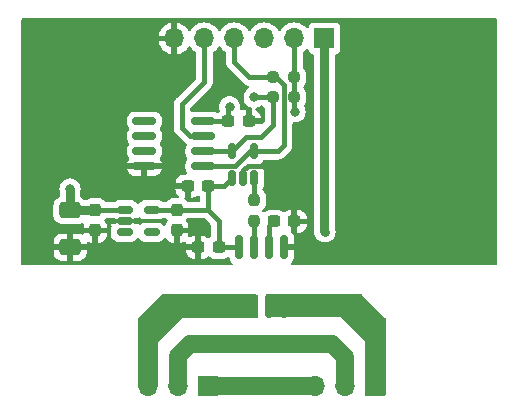
<source format=gtl>
G04 #@! TF.GenerationSoftware,KiCad,Pcbnew,7.0.11-2.fc39*
G04 #@! TF.CreationDate,2024-06-09T18:16:26+02:00*
G04 #@! TF.ProjectId,current_measurement_extension,63757272-656e-4745-9f6d-656173757265,1.0*
G04 #@! TF.SameCoordinates,Original*
G04 #@! TF.FileFunction,Copper,L1,Top*
G04 #@! TF.FilePolarity,Positive*
%FSLAX46Y46*%
G04 Gerber Fmt 4.6, Leading zero omitted, Abs format (unit mm)*
G04 Created by KiCad (PCBNEW 7.0.11-2.fc39) date 2024-06-09 18:16:26*
%MOMM*%
%LPD*%
G01*
G04 APERTURE LIST*
G04 Aperture macros list*
%AMRoundRect*
0 Rectangle with rounded corners*
0 $1 Rounding radius*
0 $2 $3 $4 $5 $6 $7 $8 $9 X,Y pos of 4 corners*
0 Add a 4 corners polygon primitive as box body*
4,1,4,$2,$3,$4,$5,$6,$7,$8,$9,$2,$3,0*
0 Add four circle primitives for the rounded corners*
1,1,$1+$1,$2,$3*
1,1,$1+$1,$4,$5*
1,1,$1+$1,$6,$7*
1,1,$1+$1,$8,$9*
0 Add four rect primitives between the rounded corners*
20,1,$1+$1,$2,$3,$4,$5,0*
20,1,$1+$1,$4,$5,$6,$7,0*
20,1,$1+$1,$6,$7,$8,$9,0*
20,1,$1+$1,$8,$9,$2,$3,0*%
G04 Aperture macros list end*
G04 #@! TA.AperFunction,SMDPad,CuDef*
%ADD10RoundRect,0.237500X-0.300000X-0.237500X0.300000X-0.237500X0.300000X0.237500X-0.300000X0.237500X0*%
G04 #@! TD*
G04 #@! TA.AperFunction,SMDPad,CuDef*
%ADD11RoundRect,0.150000X-0.512500X-0.150000X0.512500X-0.150000X0.512500X0.150000X-0.512500X0.150000X0*%
G04 #@! TD*
G04 #@! TA.AperFunction,ComponentPad*
%ADD12R,1.700000X1.700000*%
G04 #@! TD*
G04 #@! TA.AperFunction,ComponentPad*
%ADD13O,1.700000X1.700000*%
G04 #@! TD*
G04 #@! TA.AperFunction,SMDPad,CuDef*
%ADD14RoundRect,0.237500X0.250000X0.237500X-0.250000X0.237500X-0.250000X-0.237500X0.250000X-0.237500X0*%
G04 #@! TD*
G04 #@! TA.AperFunction,SMDPad,CuDef*
%ADD15RoundRect,0.237500X-0.237500X0.250000X-0.237500X-0.250000X0.237500X-0.250000X0.237500X0.250000X0*%
G04 #@! TD*
G04 #@! TA.AperFunction,SMDPad,CuDef*
%ADD16RoundRect,0.237500X0.300000X0.237500X-0.300000X0.237500X-0.300000X-0.237500X0.300000X-0.237500X0*%
G04 #@! TD*
G04 #@! TA.AperFunction,SMDPad,CuDef*
%ADD17RoundRect,0.250000X-0.650000X0.412500X-0.650000X-0.412500X0.650000X-0.412500X0.650000X0.412500X0*%
G04 #@! TD*
G04 #@! TA.AperFunction,SMDPad,CuDef*
%ADD18RoundRect,0.150000X-0.825000X-0.150000X0.825000X-0.150000X0.825000X0.150000X-0.825000X0.150000X0*%
G04 #@! TD*
G04 #@! TA.AperFunction,SMDPad,CuDef*
%ADD19RoundRect,0.150000X0.150000X-0.512500X0.150000X0.512500X-0.150000X0.512500X-0.150000X-0.512500X0*%
G04 #@! TD*
G04 #@! TA.AperFunction,SMDPad,CuDef*
%ADD20RoundRect,0.150000X0.150000X-0.825000X0.150000X0.825000X-0.150000X0.825000X-0.150000X-0.825000X0*%
G04 #@! TD*
G04 #@! TA.AperFunction,SMDPad,CuDef*
%ADD21RoundRect,0.237500X-0.237500X0.300000X-0.237500X-0.300000X0.237500X-0.300000X0.237500X0.300000X0*%
G04 #@! TD*
G04 #@! TA.AperFunction,ViaPad*
%ADD22C,0.600000*%
G04 #@! TD*
G04 #@! TA.AperFunction,ViaPad*
%ADD23C,0.800000*%
G04 #@! TD*
G04 #@! TA.AperFunction,Conductor*
%ADD24C,0.381000*%
G04 #@! TD*
G04 #@! TA.AperFunction,Conductor*
%ADD25C,0.762000*%
G04 #@! TD*
G04 #@! TA.AperFunction,Conductor*
%ADD26C,1.524000*%
G04 #@! TD*
G04 APERTURE END LIST*
D10*
X109067600Y-63500000D03*
X110792600Y-63500000D03*
D11*
X96418400Y-62514400D03*
X96418400Y-63464400D03*
X96418400Y-64414400D03*
X98693400Y-64414400D03*
X98693400Y-62514400D03*
D12*
X117652800Y-77419200D03*
D13*
X115112800Y-77419200D03*
X112572800Y-77419200D03*
D14*
X110791000Y-51308000D03*
X108966000Y-51308000D03*
D12*
X103479600Y-77419200D03*
D13*
X100939600Y-77419200D03*
X98399600Y-77419200D03*
D15*
X107391200Y-61675000D03*
X107391200Y-63500000D03*
D16*
X104391800Y-65684400D03*
X102666800Y-65684400D03*
D17*
X91795600Y-62559400D03*
X91795600Y-65684400D03*
D10*
X105206800Y-55016400D03*
X106931800Y-55016400D03*
D18*
X98094800Y-55016400D03*
X98094800Y-56286400D03*
X98094800Y-57556400D03*
X98094800Y-58826400D03*
X103044800Y-58826400D03*
X103044800Y-57556400D03*
X103044800Y-56286400D03*
X103044800Y-55016400D03*
D12*
X113334800Y-48006000D03*
D13*
X110794800Y-48006000D03*
X108254800Y-48006000D03*
X105714800Y-48006000D03*
X103174800Y-48006000D03*
X100634800Y-48006000D03*
D19*
X105491200Y-59842400D03*
X106441200Y-59842400D03*
X107391200Y-59842400D03*
X107391200Y-57567400D03*
X105491200Y-57567400D03*
D16*
X103479600Y-60502800D03*
X101754600Y-60502800D03*
D20*
X106121200Y-70634400D03*
X107391200Y-70634400D03*
X108661200Y-70634400D03*
X109931200Y-70634400D03*
X109931200Y-65684400D03*
X108661200Y-65684400D03*
X107391200Y-65684400D03*
X106121200Y-65684400D03*
D21*
X93929200Y-62537000D03*
X93929200Y-64262000D03*
X100838000Y-62537000D03*
X100838000Y-64262000D03*
D14*
X110792900Y-52984400D03*
X108967900Y-52984400D03*
D22*
X111709200Y-64770000D03*
X104444800Y-52527200D03*
X104444800Y-50088800D03*
X111607600Y-55778400D03*
X111963200Y-50088800D03*
X114604800Y-58775600D03*
X94792800Y-46786800D03*
X127304800Y-64770000D03*
X94792800Y-52781200D03*
X120954800Y-64770000D03*
X114604800Y-64770000D03*
X88290400Y-64770000D03*
X127304800Y-46786800D03*
X120954800Y-58775600D03*
X114604800Y-52781200D03*
X88290400Y-46786800D03*
X88290400Y-58724800D03*
X88290400Y-52781200D03*
X127304800Y-58826400D03*
X127304800Y-52781200D03*
X120954800Y-46786800D03*
X120954800Y-52781200D03*
D23*
X109016800Y-58775600D03*
X107391200Y-52984400D03*
X110845600Y-54203600D03*
X105308400Y-53797200D03*
X113385600Y-64363600D03*
X91795600Y-60756800D03*
D24*
X109931200Y-65684400D02*
X110794800Y-65684400D01*
X110794800Y-65684400D02*
X111709200Y-64770000D01*
D25*
X113385600Y-64363600D02*
X113334800Y-64312800D01*
X113334800Y-64312800D02*
X113334800Y-48006000D01*
D24*
X106845501Y-58775600D02*
X109016800Y-58775600D01*
X106441200Y-59179901D02*
X106845501Y-58775600D01*
X106441200Y-59842400D02*
X106441200Y-59179901D01*
X105480200Y-57556400D02*
X105491200Y-57567400D01*
X108967900Y-52984400D02*
X107391200Y-52984400D01*
X108967900Y-55319300D02*
X107950000Y-56337200D01*
X103044800Y-57556400D02*
X105480200Y-57556400D01*
X108967900Y-52984400D02*
X108967900Y-55319300D01*
X106721400Y-56337200D02*
X105491200Y-57567400D01*
X107950000Y-56337200D02*
X106721400Y-56337200D01*
X109931200Y-51968400D02*
X109931200Y-57048400D01*
X108966000Y-51308000D02*
X106984800Y-51308000D01*
X109931200Y-57048400D02*
X109412200Y-57567400D01*
X105765600Y-58826400D02*
X106680000Y-57912000D01*
X106702000Y-57912000D02*
X107046600Y-57567400D01*
X108966000Y-51308000D02*
X109270800Y-51308000D01*
X107391200Y-57567400D02*
X107046600Y-57567400D01*
X109412200Y-57567400D02*
X107391200Y-57567400D01*
X106984800Y-51308000D02*
X105714800Y-50038000D01*
X105714800Y-50038000D02*
X105714800Y-48006000D01*
X106680000Y-57912000D02*
X106702000Y-57912000D01*
X103044800Y-58826400D02*
X105765600Y-58826400D01*
X109270800Y-51308000D02*
X109931200Y-51968400D01*
X107391200Y-57567400D02*
X107691199Y-57567400D01*
X101295200Y-53543200D02*
X103174800Y-51663600D01*
X103174800Y-51663600D02*
X103174800Y-48006000D01*
X101955600Y-56286400D02*
X101295200Y-55626000D01*
X101295200Y-55626000D02*
X101295200Y-53543200D01*
X103044800Y-56286400D02*
X101955600Y-56286400D01*
X110794800Y-48006000D02*
X110794800Y-51308000D01*
X105206800Y-53898800D02*
X105308400Y-53797200D01*
X110791000Y-52933600D02*
X110791000Y-51311800D01*
X110791000Y-51311800D02*
X110794800Y-51308000D01*
X103044800Y-55016400D02*
X105206800Y-55016400D01*
X110792900Y-54150900D02*
X110845600Y-54203600D01*
X110792900Y-52984400D02*
X110792900Y-54150900D01*
X110921800Y-48310800D02*
X110794800Y-48183800D01*
X105206800Y-55016400D02*
X105206800Y-53898800D01*
D25*
X91795600Y-62559400D02*
X93906800Y-62559400D01*
D24*
X93906800Y-62559400D02*
X93929200Y-62537000D01*
D25*
X91795600Y-62559400D02*
X91795600Y-60756800D01*
D24*
X93929200Y-62537000D02*
X96395800Y-62537000D01*
X96395800Y-62537000D02*
X96418400Y-62514400D01*
X103459200Y-62514400D02*
X103479600Y-62534800D01*
X103479600Y-60502800D02*
X104830800Y-60502800D01*
X104830800Y-60502800D02*
X105491200Y-59842400D01*
X104391800Y-65684400D02*
X106121200Y-65684400D01*
X104391800Y-65684400D02*
X104391800Y-63447000D01*
X103479600Y-62534800D02*
X103479600Y-60502800D01*
X104391800Y-63447000D02*
X103479600Y-62534800D01*
X98693400Y-62514400D02*
X103459200Y-62514400D01*
X107391200Y-61675000D02*
X107391200Y-59842400D01*
D26*
X112572800Y-77419200D02*
X103479600Y-77419200D01*
D24*
X108661200Y-63906400D02*
X109067600Y-63500000D01*
X108663400Y-65682200D02*
X108661200Y-65684400D01*
X108661200Y-65684400D02*
X108661200Y-63906400D01*
X107391200Y-65684400D02*
X107391200Y-63500000D01*
D26*
X100939600Y-74879200D02*
X101955600Y-73863200D01*
X100939600Y-77419200D02*
X100939600Y-74879200D01*
X115112800Y-74980800D02*
X115112800Y-77419200D01*
X113995200Y-73863200D02*
X115112800Y-74980800D01*
X101955600Y-73863200D02*
X113995200Y-73863200D01*
G04 #@! TA.AperFunction,Conductor*
G36*
X116500077Y-69666485D02*
G01*
X116520719Y-69683119D01*
X118480081Y-71642481D01*
X118513566Y-71703804D01*
X118516400Y-71730162D01*
X118516400Y-78158800D01*
X118496715Y-78225839D01*
X118443911Y-78271594D01*
X118392400Y-78282800D01*
X116913200Y-78282800D01*
X116846161Y-78263115D01*
X116800406Y-78210311D01*
X116789200Y-78158800D01*
X116789200Y-73660000D01*
X114757200Y-71628000D01*
X108480400Y-71628000D01*
X108413361Y-71608315D01*
X108367606Y-71555511D01*
X108356400Y-71504000D01*
X108356400Y-69770800D01*
X108376085Y-69703761D01*
X108428889Y-69658006D01*
X108480400Y-69646800D01*
X116433038Y-69646800D01*
X116500077Y-69666485D01*
G37*
G04 #@! TD.AperFunction*
G04 #@! TA.AperFunction,Conductor*
G36*
X107639039Y-69691885D02*
G01*
X107684794Y-69744689D01*
X107696000Y-69796200D01*
X107696000Y-71529400D01*
X107676315Y-71596439D01*
X107623511Y-71642194D01*
X107572000Y-71653400D01*
X101295199Y-71653400D01*
X99263200Y-73685399D01*
X99263200Y-77346000D01*
X99243515Y-77413039D01*
X99190711Y-77458794D01*
X99139200Y-77470000D01*
X97660000Y-77470000D01*
X97592961Y-77450315D01*
X97547206Y-77397511D01*
X97536000Y-77346000D01*
X97536000Y-71755562D01*
X97555685Y-71688523D01*
X97572319Y-71667881D01*
X99531681Y-69708519D01*
X99593004Y-69675034D01*
X99619362Y-69672200D01*
X107572000Y-69672200D01*
X107639039Y-69691885D01*
G37*
G04 #@! TD.AperFunction*
G04 #@! TA.AperFunction,Conductor*
G36*
X127890339Y-46316385D02*
G01*
X127936094Y-46369189D01*
X127947300Y-46420700D01*
X127947300Y-67084400D01*
X127927615Y-67151439D01*
X127874811Y-67197194D01*
X127823300Y-67208400D01*
X110600802Y-67208400D01*
X110533763Y-67188715D01*
X110488008Y-67135911D01*
X110478064Y-67066753D01*
X110507089Y-67003197D01*
X110513121Y-66996719D01*
X110598878Y-66910961D01*
X110598885Y-66910952D01*
X110682482Y-66769596D01*
X110682483Y-66769593D01*
X110728299Y-66611895D01*
X110728300Y-66611889D01*
X110731199Y-66575049D01*
X110731200Y-66575034D01*
X110731200Y-65934400D01*
X109805200Y-65934400D01*
X109738161Y-65914715D01*
X109692406Y-65861911D01*
X109681200Y-65810400D01*
X109681200Y-65558400D01*
X109700885Y-65491361D01*
X109753689Y-65445606D01*
X109805200Y-65434400D01*
X110731200Y-65434400D01*
X110731200Y-64793765D01*
X110731199Y-64793750D01*
X110728300Y-64756910D01*
X110728299Y-64756904D01*
X110682483Y-64599206D01*
X110682482Y-64599203D01*
X110634459Y-64518000D01*
X110605901Y-64501711D01*
X110606650Y-64500396D01*
X110599561Y-64498315D01*
X110553806Y-64445511D01*
X110542600Y-64394000D01*
X110542600Y-63750000D01*
X111042600Y-63750000D01*
X111042600Y-64474999D01*
X111141740Y-64474999D01*
X111141754Y-64474998D01*
X111242752Y-64464680D01*
X111406400Y-64410453D01*
X111406411Y-64410448D01*
X111553134Y-64319947D01*
X111553138Y-64319944D01*
X111675044Y-64198038D01*
X111675047Y-64198034D01*
X111765548Y-64051311D01*
X111765553Y-64051300D01*
X111819780Y-63887652D01*
X111830099Y-63786654D01*
X111830100Y-63786641D01*
X111830100Y-63750000D01*
X111042600Y-63750000D01*
X110542600Y-63750000D01*
X110542600Y-62525000D01*
X111042600Y-62525000D01*
X111042600Y-63250000D01*
X111830099Y-63250000D01*
X111830099Y-63213360D01*
X111830098Y-63213345D01*
X111819780Y-63112347D01*
X111765553Y-62948699D01*
X111765548Y-62948688D01*
X111675047Y-62801965D01*
X111675044Y-62801961D01*
X111553138Y-62680055D01*
X111553134Y-62680052D01*
X111406411Y-62589551D01*
X111406400Y-62589546D01*
X111242752Y-62535319D01*
X111141754Y-62525000D01*
X111042600Y-62525000D01*
X110542600Y-62525000D01*
X110542600Y-62524999D01*
X110443460Y-62525000D01*
X110443444Y-62525001D01*
X110342447Y-62535319D01*
X110178799Y-62589546D01*
X110178788Y-62589551D01*
X110032065Y-62680052D01*
X110018132Y-62693985D01*
X109956808Y-62727468D01*
X109887116Y-62722482D01*
X109842772Y-62693982D01*
X109828451Y-62679661D01*
X109828450Y-62679660D01*
X109721768Y-62613858D01*
X109681618Y-62589093D01*
X109681613Y-62589091D01*
X109676812Y-62587500D01*
X109517853Y-62534826D01*
X109517851Y-62534825D01*
X109416778Y-62524500D01*
X108718430Y-62524500D01*
X108718412Y-62524501D01*
X108617347Y-62534825D01*
X108453584Y-62589092D01*
X108453581Y-62589093D01*
X108306748Y-62679661D01*
X108292081Y-62694329D01*
X108230758Y-62727814D01*
X108161066Y-62722830D01*
X108116719Y-62694329D01*
X108097571Y-62675181D01*
X108064086Y-62613858D01*
X108069070Y-62544166D01*
X108097571Y-62499819D01*
X108211540Y-62385850D01*
X108302108Y-62239016D01*
X108356374Y-62075253D01*
X108366700Y-61974177D01*
X108366699Y-61375824D01*
X108363922Y-61348642D01*
X108356374Y-61274747D01*
X108302108Y-61110984D01*
X108211540Y-60964150D01*
X108118519Y-60871129D01*
X108085034Y-60809806D01*
X108082200Y-60783448D01*
X108082200Y-60751932D01*
X108099468Y-60688811D01*
X108142944Y-60615298D01*
X108188798Y-60457469D01*
X108191700Y-60420594D01*
X108191700Y-59264206D01*
X108188798Y-59227331D01*
X108142944Y-59069502D01*
X108059281Y-58928035D01*
X108059279Y-58928033D01*
X108059276Y-58928029D01*
X107943070Y-58811823D01*
X107943067Y-58811821D01*
X107943065Y-58811819D01*
X107942749Y-58811632D01*
X107942553Y-58811422D01*
X107936902Y-58807039D01*
X107937609Y-58806127D01*
X107895066Y-58760564D01*
X107882562Y-58691823D01*
X107909206Y-58627233D01*
X107937121Y-58603044D01*
X107936902Y-58602761D01*
X107942111Y-58598720D01*
X107942750Y-58598167D01*
X107943065Y-58597981D01*
X108059281Y-58481765D01*
X108142944Y-58340298D01*
X108142944Y-58340294D01*
X108142946Y-58340293D01*
X108146040Y-58333146D01*
X108190733Y-58279441D01*
X108257367Y-58258425D01*
X108259838Y-58258400D01*
X109387574Y-58258400D01*
X109395061Y-58258626D01*
X109454226Y-58262205D01*
X109454226Y-58262204D01*
X109454228Y-58262205D01*
X109512536Y-58251519D01*
X109519930Y-58250393D01*
X109578782Y-58243248D01*
X109587988Y-58239756D01*
X109609603Y-58233730D01*
X109619285Y-58231957D01*
X109673361Y-58207618D01*
X109680217Y-58204778D01*
X109735682Y-58183744D01*
X109743780Y-58178154D01*
X109763339Y-58167122D01*
X109772305Y-58163088D01*
X109818966Y-58126530D01*
X109824998Y-58122092D01*
X109873783Y-58088420D01*
X109913101Y-58044036D01*
X109918205Y-58038614D01*
X110402409Y-57554410D01*
X110407811Y-57549324D01*
X110452220Y-57509983D01*
X110485918Y-57461160D01*
X110490308Y-57455193D01*
X110526888Y-57408505D01*
X110530922Y-57399539D01*
X110541954Y-57379980D01*
X110547542Y-57371885D01*
X110547542Y-57371884D01*
X110547544Y-57371882D01*
X110568578Y-57316417D01*
X110571418Y-57309561D01*
X110595757Y-57255485D01*
X110597530Y-57245803D01*
X110603556Y-57224188D01*
X110607048Y-57214982D01*
X110614193Y-57156130D01*
X110615319Y-57148736D01*
X110626004Y-57090433D01*
X110626005Y-57090426D01*
X110622426Y-57031260D01*
X110622200Y-57023773D01*
X110622200Y-55228100D01*
X110641885Y-55161061D01*
X110694689Y-55115306D01*
X110746200Y-55104100D01*
X110940244Y-55104100D01*
X110940246Y-55104100D01*
X111125403Y-55064744D01*
X111298330Y-54987751D01*
X111451471Y-54876488D01*
X111578133Y-54735816D01*
X111672779Y-54571884D01*
X111731274Y-54391856D01*
X111751060Y-54203600D01*
X111731274Y-54015344D01*
X111672779Y-53835316D01*
X111641546Y-53781219D01*
X111625074Y-53713323D01*
X111643396Y-53654125D01*
X111716303Y-53535924D01*
X111716302Y-53535924D01*
X111716308Y-53535916D01*
X111770574Y-53372153D01*
X111780900Y-53271077D01*
X111780899Y-52697724D01*
X111770574Y-52596647D01*
X111716308Y-52432884D01*
X111625740Y-52286050D01*
X111609409Y-52269719D01*
X111572620Y-52232929D01*
X111539136Y-52171606D01*
X111544121Y-52101914D01*
X111572620Y-52057569D01*
X111623840Y-52006350D01*
X111714408Y-51859516D01*
X111768674Y-51695753D01*
X111779000Y-51594677D01*
X111778999Y-51021324D01*
X111768674Y-50920247D01*
X111714408Y-50756484D01*
X111623840Y-50609650D01*
X111522118Y-50507928D01*
X111488634Y-50446605D01*
X111485800Y-50420247D01*
X111485800Y-49235363D01*
X111505485Y-49168324D01*
X111538677Y-49133788D01*
X111589319Y-49098328D01*
X111666201Y-49044495D01*
X111788129Y-48922566D01*
X111849448Y-48889084D01*
X111919140Y-48894068D01*
X111975074Y-48935939D01*
X111991989Y-48966917D01*
X112041002Y-49098328D01*
X112041006Y-49098335D01*
X112127252Y-49213544D01*
X112127255Y-49213547D01*
X112242464Y-49299793D01*
X112242471Y-49299797D01*
X112372633Y-49348344D01*
X112428567Y-49390215D01*
X112452984Y-49455679D01*
X112453300Y-49464526D01*
X112453300Y-64271927D01*
X112452891Y-64281992D01*
X112448426Y-64336808D01*
X112448427Y-64336814D01*
X112459533Y-64418334D01*
X112459941Y-64421664D01*
X112468833Y-64503413D01*
X112468833Y-64503416D01*
X112468920Y-64503672D01*
X112474271Y-64526505D01*
X112474309Y-64526787D01*
X112474311Y-64526794D01*
X112502692Y-64604048D01*
X112503807Y-64607214D01*
X112530056Y-64685118D01*
X112530201Y-64685359D01*
X112540332Y-64706500D01*
X112540427Y-64706760D01*
X112540435Y-64706775D01*
X112574989Y-64760835D01*
X112577896Y-64765617D01*
X112619164Y-64837094D01*
X112643001Y-64878382D01*
X112653066Y-64895814D01*
X112653065Y-64895814D01*
X112779729Y-65036488D01*
X112932865Y-65147748D01*
X112932870Y-65147751D01*
X113105792Y-65224742D01*
X113105797Y-65224744D01*
X113290954Y-65264100D01*
X113290955Y-65264100D01*
X113480244Y-65264100D01*
X113480246Y-65264100D01*
X113665403Y-65224744D01*
X113838330Y-65147751D01*
X113991471Y-65036488D01*
X114118133Y-64895816D01*
X114212779Y-64731884D01*
X114271274Y-64551856D01*
X114291060Y-64363600D01*
X114271274Y-64175344D01*
X114222369Y-64024830D01*
X114216300Y-63986512D01*
X114216300Y-49464526D01*
X114235985Y-49397487D01*
X114288789Y-49351732D01*
X114296967Y-49348344D01*
X114427128Y-49299797D01*
X114427127Y-49299797D01*
X114427131Y-49299796D01*
X114542346Y-49213546D01*
X114628596Y-49098331D01*
X114678891Y-48963483D01*
X114685300Y-48903873D01*
X114685299Y-47108128D01*
X114678891Y-47048517D01*
X114677610Y-47045083D01*
X114628597Y-46913671D01*
X114628593Y-46913664D01*
X114542347Y-46798455D01*
X114542344Y-46798452D01*
X114427135Y-46712206D01*
X114427128Y-46712202D01*
X114292282Y-46661908D01*
X114292283Y-46661908D01*
X114232683Y-46655501D01*
X114232681Y-46655500D01*
X114232673Y-46655500D01*
X114232664Y-46655500D01*
X112436929Y-46655500D01*
X112436923Y-46655501D01*
X112377316Y-46661908D01*
X112242471Y-46712202D01*
X112242464Y-46712206D01*
X112127255Y-46798452D01*
X112127252Y-46798455D01*
X112041006Y-46913664D01*
X112041003Y-46913669D01*
X111991989Y-47045083D01*
X111950117Y-47101016D01*
X111884653Y-47125433D01*
X111816380Y-47110581D01*
X111788126Y-47089430D01*
X111666202Y-46967506D01*
X111666195Y-46967501D01*
X111472634Y-46831967D01*
X111472630Y-46831965D01*
X111472628Y-46831964D01*
X111258463Y-46732097D01*
X111258459Y-46732096D01*
X111258455Y-46732094D01*
X111030213Y-46670938D01*
X111030203Y-46670936D01*
X110794801Y-46650341D01*
X110794799Y-46650341D01*
X110559396Y-46670936D01*
X110559386Y-46670938D01*
X110331144Y-46732094D01*
X110331135Y-46732098D01*
X110116971Y-46831964D01*
X110116969Y-46831965D01*
X109923397Y-46967505D01*
X109756305Y-47134597D01*
X109626375Y-47320158D01*
X109571798Y-47363783D01*
X109502300Y-47370977D01*
X109439945Y-47339454D01*
X109423225Y-47320158D01*
X109293294Y-47134597D01*
X109126202Y-46967506D01*
X109126195Y-46967501D01*
X108932634Y-46831967D01*
X108932630Y-46831965D01*
X108932628Y-46831964D01*
X108718463Y-46732097D01*
X108718459Y-46732096D01*
X108718455Y-46732094D01*
X108490213Y-46670938D01*
X108490203Y-46670936D01*
X108254801Y-46650341D01*
X108254799Y-46650341D01*
X108019396Y-46670936D01*
X108019386Y-46670938D01*
X107791144Y-46732094D01*
X107791135Y-46732098D01*
X107576971Y-46831964D01*
X107576969Y-46831965D01*
X107383397Y-46967505D01*
X107216305Y-47134597D01*
X107086375Y-47320158D01*
X107031798Y-47363783D01*
X106962300Y-47370977D01*
X106899945Y-47339454D01*
X106883225Y-47320158D01*
X106753294Y-47134597D01*
X106586202Y-46967506D01*
X106586195Y-46967501D01*
X106392634Y-46831967D01*
X106392630Y-46831965D01*
X106392628Y-46831964D01*
X106178463Y-46732097D01*
X106178459Y-46732096D01*
X106178455Y-46732094D01*
X105950213Y-46670938D01*
X105950203Y-46670936D01*
X105714801Y-46650341D01*
X105714799Y-46650341D01*
X105479396Y-46670936D01*
X105479386Y-46670938D01*
X105251144Y-46732094D01*
X105251135Y-46732098D01*
X105036971Y-46831964D01*
X105036969Y-46831965D01*
X104843397Y-46967505D01*
X104676305Y-47134597D01*
X104546375Y-47320158D01*
X104491798Y-47363783D01*
X104422300Y-47370977D01*
X104359945Y-47339454D01*
X104343225Y-47320158D01*
X104213294Y-47134597D01*
X104046202Y-46967506D01*
X104046195Y-46967501D01*
X103852634Y-46831967D01*
X103852630Y-46831965D01*
X103852628Y-46831964D01*
X103638463Y-46732097D01*
X103638459Y-46732096D01*
X103638455Y-46732094D01*
X103410213Y-46670938D01*
X103410203Y-46670936D01*
X103174801Y-46650341D01*
X103174799Y-46650341D01*
X102939396Y-46670936D01*
X102939386Y-46670938D01*
X102711144Y-46732094D01*
X102711135Y-46732098D01*
X102496971Y-46831964D01*
X102496969Y-46831965D01*
X102303397Y-46967505D01*
X102136308Y-47134594D01*
X102006069Y-47320595D01*
X101951492Y-47364219D01*
X101881993Y-47371412D01*
X101819639Y-47339890D01*
X101802919Y-47320594D01*
X101672913Y-47134926D01*
X101672908Y-47134920D01*
X101505882Y-46967894D01*
X101312378Y-46832399D01*
X101098292Y-46732570D01*
X101098286Y-46732567D01*
X100884800Y-46675364D01*
X100884800Y-47570498D01*
X100777115Y-47521320D01*
X100670563Y-47506000D01*
X100599037Y-47506000D01*
X100492485Y-47521320D01*
X100384800Y-47570498D01*
X100384800Y-46675364D01*
X100384799Y-46675364D01*
X100171313Y-46732567D01*
X100171307Y-46732570D01*
X99957222Y-46832399D01*
X99957220Y-46832400D01*
X99763726Y-46967886D01*
X99763720Y-46967891D01*
X99596691Y-47134920D01*
X99596686Y-47134926D01*
X99461200Y-47328420D01*
X99461199Y-47328422D01*
X99361370Y-47542507D01*
X99361367Y-47542513D01*
X99304164Y-47755999D01*
X99304164Y-47756000D01*
X100201114Y-47756000D01*
X100175307Y-47796156D01*
X100134800Y-47934111D01*
X100134800Y-48077889D01*
X100175307Y-48215844D01*
X100201114Y-48256000D01*
X99304164Y-48256000D01*
X99361367Y-48469486D01*
X99361370Y-48469492D01*
X99461199Y-48683578D01*
X99596694Y-48877082D01*
X99763717Y-49044105D01*
X99957221Y-49179600D01*
X100171307Y-49279429D01*
X100171316Y-49279433D01*
X100384800Y-49336634D01*
X100384800Y-48441501D01*
X100492485Y-48490680D01*
X100599037Y-48506000D01*
X100670563Y-48506000D01*
X100777115Y-48490680D01*
X100884800Y-48441501D01*
X100884800Y-49336633D01*
X101098283Y-49279433D01*
X101098292Y-49279429D01*
X101312378Y-49179600D01*
X101505882Y-49044105D01*
X101672905Y-48877082D01*
X101802919Y-48691405D01*
X101857496Y-48647781D01*
X101926995Y-48640588D01*
X101989349Y-48672110D01*
X102006069Y-48691405D01*
X102136305Y-48877401D01*
X102136306Y-48877402D01*
X102303397Y-49044493D01*
X102303403Y-49044498D01*
X102430923Y-49133788D01*
X102474548Y-49188365D01*
X102483800Y-49235363D01*
X102483800Y-51326015D01*
X102464115Y-51393054D01*
X102447481Y-51413696D01*
X100824004Y-53037172D01*
X100818552Y-53042304D01*
X100774186Y-53081610D01*
X100774176Y-53081621D01*
X100740498Y-53130412D01*
X100736061Y-53136443D01*
X100699512Y-53183094D01*
X100699511Y-53183096D01*
X100695471Y-53192073D01*
X100684453Y-53211608D01*
X100678855Y-53219719D01*
X100657832Y-53275149D01*
X100654968Y-53282065D01*
X100630642Y-53336116D01*
X100628866Y-53345806D01*
X100622845Y-53367403D01*
X100619352Y-53376614D01*
X100619352Y-53376615D01*
X100612206Y-53435465D01*
X100611079Y-53442867D01*
X100600395Y-53501169D01*
X100600395Y-53501172D01*
X100603974Y-53560337D01*
X100604200Y-53567824D01*
X100604200Y-55601374D01*
X100603974Y-55608861D01*
X100600395Y-55668025D01*
X100600395Y-55668028D01*
X100611079Y-55726333D01*
X100612206Y-55733735D01*
X100619352Y-55792582D01*
X100622844Y-55801792D01*
X100628866Y-55823395D01*
X100630641Y-55833081D01*
X100654972Y-55887144D01*
X100657836Y-55894061D01*
X100678853Y-55949478D01*
X100678856Y-55949482D01*
X100684450Y-55957586D01*
X100695474Y-55977134D01*
X100699508Y-55986099D01*
X100699514Y-55986108D01*
X100736063Y-56032760D01*
X100740502Y-56038792D01*
X100774180Y-56087583D01*
X100818551Y-56126893D01*
X100824005Y-56132027D01*
X101449564Y-56757585D01*
X101454698Y-56763038D01*
X101494017Y-56807420D01*
X101542819Y-56841105D01*
X101548838Y-56845534D01*
X101595495Y-56882088D01*
X101604466Y-56886125D01*
X101624003Y-56897143D01*
X101629149Y-56900694D01*
X101673141Y-56954972D01*
X101680805Y-57024420D01*
X101665447Y-57065867D01*
X101618054Y-57146005D01*
X101618054Y-57146006D01*
X101572202Y-57303826D01*
X101572201Y-57303832D01*
X101569300Y-57340698D01*
X101569300Y-57772101D01*
X101572201Y-57808967D01*
X101572202Y-57808973D01*
X101618054Y-57966793D01*
X101618055Y-57966796D01*
X101701717Y-58108262D01*
X101706502Y-58114431D01*
X101704056Y-58116327D01*
X101730657Y-58165042D01*
X101725673Y-58234734D01*
X101704869Y-58267103D01*
X101706502Y-58268369D01*
X101701717Y-58274537D01*
X101618055Y-58416003D01*
X101618054Y-58416006D01*
X101572202Y-58573826D01*
X101572201Y-58573832D01*
X101569300Y-58610698D01*
X101569300Y-59042101D01*
X101572201Y-59078967D01*
X101572202Y-59078973D01*
X101618054Y-59236793D01*
X101618055Y-59236796D01*
X101618056Y-59236798D01*
X101642139Y-59277521D01*
X101679491Y-59340679D01*
X101696674Y-59408403D01*
X101674514Y-59474666D01*
X101620048Y-59518429D01*
X101572760Y-59527800D01*
X101405461Y-59527800D01*
X101405444Y-59527801D01*
X101304447Y-59538119D01*
X101140799Y-59592346D01*
X101140788Y-59592351D01*
X100994065Y-59682852D01*
X100994061Y-59682855D01*
X100872155Y-59804761D01*
X100872152Y-59804765D01*
X100781651Y-59951488D01*
X100781646Y-59951499D01*
X100727419Y-60115147D01*
X100717100Y-60216145D01*
X100717100Y-60252800D01*
X101880600Y-60252800D01*
X101947639Y-60272485D01*
X101993394Y-60325289D01*
X102004600Y-60376800D01*
X102004600Y-61477799D01*
X102103740Y-61477799D01*
X102103754Y-61477798D01*
X102204752Y-61467480D01*
X102368400Y-61413253D01*
X102368411Y-61413248D01*
X102515135Y-61322747D01*
X102529060Y-61308821D01*
X102590382Y-61275333D01*
X102660073Y-61280314D01*
X102704427Y-61308817D01*
X102718750Y-61323140D01*
X102729693Y-61329890D01*
X102776419Y-61381834D01*
X102788600Y-61435430D01*
X102788600Y-61699400D01*
X102768915Y-61766439D01*
X102716111Y-61812194D01*
X102664600Y-61823400D01*
X101755733Y-61823400D01*
X101688694Y-61803715D01*
X101663673Y-61781030D01*
X101663447Y-61781257D01*
X101658829Y-61776639D01*
X101658465Y-61776309D01*
X101658342Y-61776154D01*
X101658340Y-61776150D01*
X101536350Y-61654160D01*
X101530683Y-61649679D01*
X101532441Y-61647454D01*
X101494393Y-61605168D01*
X101483158Y-61536207D01*
X101504600Y-61486832D01*
X101504600Y-60752800D01*
X100717101Y-60752800D01*
X100717101Y-60789454D01*
X100727419Y-60890452D01*
X100781646Y-61054100D01*
X100781651Y-61054111D01*
X100872152Y-61200834D01*
X100872155Y-61200838D01*
X100958636Y-61287319D01*
X100992121Y-61348642D01*
X100987137Y-61418334D01*
X100945265Y-61474267D01*
X100879801Y-61498684D01*
X100870955Y-61499000D01*
X100551331Y-61499000D01*
X100551312Y-61499001D01*
X100450247Y-61509325D01*
X100286484Y-61563592D01*
X100286481Y-61563593D01*
X100139648Y-61654161D01*
X100017663Y-61776146D01*
X100017535Y-61776309D01*
X100017418Y-61776391D01*
X100012553Y-61781257D01*
X100011721Y-61780425D01*
X99960514Y-61816687D01*
X99920267Y-61823400D01*
X99602933Y-61823400D01*
X99539812Y-61806132D01*
X99507627Y-61787098D01*
X99466298Y-61762656D01*
X99466297Y-61762655D01*
X99466296Y-61762655D01*
X99466293Y-61762654D01*
X99308473Y-61716802D01*
X99308467Y-61716801D01*
X99271601Y-61713900D01*
X99271594Y-61713900D01*
X98115206Y-61713900D01*
X98115198Y-61713900D01*
X98078332Y-61716801D01*
X98078326Y-61716802D01*
X97920506Y-61762654D01*
X97920503Y-61762655D01*
X97779037Y-61846317D01*
X97779029Y-61846323D01*
X97662823Y-61962529D01*
X97662814Y-61962540D01*
X97662629Y-61962855D01*
X97662419Y-61963050D01*
X97658039Y-61968698D01*
X97657127Y-61967991D01*
X97611557Y-62010536D01*
X97542815Y-62023037D01*
X97478227Y-61996388D01*
X97454043Y-61968478D01*
X97453761Y-61968698D01*
X97449723Y-61963492D01*
X97449171Y-61962855D01*
X97448985Y-61962540D01*
X97448976Y-61962529D01*
X97332770Y-61846323D01*
X97332762Y-61846317D01*
X97214108Y-61776146D01*
X97191298Y-61762656D01*
X97191297Y-61762655D01*
X97191296Y-61762655D01*
X97191293Y-61762654D01*
X97033473Y-61716802D01*
X97033467Y-61716801D01*
X96996601Y-61713900D01*
X96996594Y-61713900D01*
X95840206Y-61713900D01*
X95840198Y-61713900D01*
X95803332Y-61716801D01*
X95803326Y-61716802D01*
X95645506Y-61762654D01*
X95645503Y-61762655D01*
X95561737Y-61812194D01*
X95535745Y-61827566D01*
X95533773Y-61828732D01*
X95470652Y-61846000D01*
X94861831Y-61846000D01*
X94794792Y-61826315D01*
X94756293Y-61787098D01*
X94749540Y-61776150D01*
X94627551Y-61654161D01*
X94627550Y-61654160D01*
X94480716Y-61563592D01*
X94316953Y-61509326D01*
X94316951Y-61509325D01*
X94215878Y-61499000D01*
X93642530Y-61499000D01*
X93642512Y-61499001D01*
X93541447Y-61509325D01*
X93377684Y-61563592D01*
X93377681Y-61563593D01*
X93281156Y-61623130D01*
X93230850Y-61654160D01*
X93230848Y-61654161D01*
X93224703Y-61657952D01*
X93223332Y-61655729D01*
X93169826Y-61677308D01*
X93157725Y-61677900D01*
X93089330Y-61677900D01*
X93022291Y-61658215D01*
X93001649Y-61641581D01*
X92914257Y-61554189D01*
X92914256Y-61554188D01*
X92764934Y-61462086D01*
X92764932Y-61462085D01*
X92764930Y-61462084D01*
X92764928Y-61462083D01*
X92762088Y-61461142D01*
X92760393Y-61459968D01*
X92758389Y-61459034D01*
X92758548Y-61458691D01*
X92704646Y-61421366D01*
X92677827Y-61356848D01*
X92677100Y-61343439D01*
X92677100Y-60977541D01*
X92681203Y-60951689D01*
X92679922Y-60951417D01*
X92681272Y-60945061D01*
X92681274Y-60945056D01*
X92701060Y-60756800D01*
X92681274Y-60568544D01*
X92622779Y-60388516D01*
X92528133Y-60224584D01*
X92401471Y-60083912D01*
X92401470Y-60083911D01*
X92248334Y-59972651D01*
X92248329Y-59972648D01*
X92075407Y-59895657D01*
X92075402Y-59895655D01*
X91929601Y-59864665D01*
X91890246Y-59856300D01*
X91700954Y-59856300D01*
X91668497Y-59863198D01*
X91515797Y-59895655D01*
X91515792Y-59895657D01*
X91342870Y-59972648D01*
X91342865Y-59972651D01*
X91189729Y-60083911D01*
X91063066Y-60224585D01*
X90968421Y-60388515D01*
X90968418Y-60388522D01*
X90946015Y-60457473D01*
X90909926Y-60568544D01*
X90890140Y-60756800D01*
X90909215Y-60938295D01*
X90909927Y-60945061D01*
X90911278Y-60951417D01*
X90909996Y-60951689D01*
X90914100Y-60977541D01*
X90914100Y-61343439D01*
X90894415Y-61410478D01*
X90841611Y-61456233D01*
X90829112Y-61461142D01*
X90826271Y-61462083D01*
X90826269Y-61462084D01*
X90676942Y-61554189D01*
X90552889Y-61678242D01*
X90460787Y-61827563D01*
X90460785Y-61827568D01*
X90432949Y-61911570D01*
X90405601Y-61994103D01*
X90405601Y-61994104D01*
X90405600Y-61994104D01*
X90395100Y-62096883D01*
X90395100Y-63021901D01*
X90395101Y-63021919D01*
X90405600Y-63124696D01*
X90405601Y-63124699D01*
X90460785Y-63291231D01*
X90460787Y-63291236D01*
X90475383Y-63314900D01*
X90552888Y-63440556D01*
X90676944Y-63564612D01*
X90826266Y-63656714D01*
X90992803Y-63711899D01*
X91095591Y-63722400D01*
X92495608Y-63722399D01*
X92598397Y-63711899D01*
X92764934Y-63656714D01*
X92790439Y-63640982D01*
X92857829Y-63622542D01*
X92924493Y-63643464D01*
X92969263Y-63697105D01*
X92977925Y-63766436D01*
X92973242Y-63785523D01*
X92964518Y-63811848D01*
X92954200Y-63912845D01*
X92954200Y-64012000D01*
X94904199Y-64012000D01*
X94904199Y-63912860D01*
X94904198Y-63912845D01*
X94893880Y-63811847D01*
X94839653Y-63648199D01*
X94839648Y-63648188D01*
X94749147Y-63501465D01*
X94749144Y-63501461D01*
X94735217Y-63487534D01*
X94701732Y-63426211D01*
X94706716Y-63356519D01*
X94735217Y-63312172D01*
X94749540Y-63297850D01*
X94756293Y-63286902D01*
X94808242Y-63240178D01*
X94861831Y-63228000D01*
X95547082Y-63228000D01*
X95610202Y-63245267D01*
X95645502Y-63266144D01*
X95663008Y-63271230D01*
X95803326Y-63311997D01*
X95803329Y-63311997D01*
X95803331Y-63311998D01*
X95840206Y-63314900D01*
X95840214Y-63314900D01*
X96996586Y-63314900D01*
X96996594Y-63314900D01*
X97033469Y-63311998D01*
X97033471Y-63311997D01*
X97033473Y-63311997D01*
X97082173Y-63297848D01*
X97191298Y-63266144D01*
X97249594Y-63231668D01*
X97312715Y-63214400D01*
X97578194Y-63214400D01*
X97602457Y-63188152D01*
X97662418Y-63152285D01*
X97732252Y-63154529D01*
X97771912Y-63178930D01*
X97772869Y-63177698D01*
X97779032Y-63182478D01*
X97779035Y-63182481D01*
X97920502Y-63266144D01*
X97938008Y-63271230D01*
X98078326Y-63311997D01*
X98078329Y-63311997D01*
X98078331Y-63311998D01*
X98115206Y-63314900D01*
X98115214Y-63314900D01*
X99271586Y-63314900D01*
X99271594Y-63314900D01*
X99308469Y-63311998D01*
X99308471Y-63311997D01*
X99308473Y-63311997D01*
X99357173Y-63297848D01*
X99466298Y-63266144D01*
X99539812Y-63222667D01*
X99602933Y-63205400D01*
X99891430Y-63205400D01*
X99958469Y-63225085D01*
X99996967Y-63264302D01*
X99998104Y-63266145D01*
X100017659Y-63297849D01*
X100031982Y-63312172D01*
X100065467Y-63373495D01*
X100060483Y-63443187D01*
X100031985Y-63487532D01*
X100018052Y-63501465D01*
X99927551Y-63648188D01*
X99927546Y-63648199D01*
X99886769Y-63771258D01*
X99846996Y-63828703D01*
X99782481Y-63855526D01*
X99713705Y-63843211D01*
X99681382Y-63819935D01*
X99607770Y-63746323D01*
X99607762Y-63746317D01*
X99466296Y-63662655D01*
X99466293Y-63662654D01*
X99308473Y-63616802D01*
X99308467Y-63616801D01*
X99271601Y-63613900D01*
X99271594Y-63613900D01*
X98115206Y-63613900D01*
X98115198Y-63613900D01*
X98078332Y-63616801D01*
X98078326Y-63616802D01*
X97920506Y-63662654D01*
X97920503Y-63662655D01*
X97779037Y-63746317D01*
X97772869Y-63751102D01*
X97771564Y-63749419D01*
X97719854Y-63777646D01*
X97650163Y-63772651D01*
X97602458Y-63740647D01*
X97578196Y-63714400D01*
X97312715Y-63714400D01*
X97249594Y-63697132D01*
X97191296Y-63662655D01*
X97191293Y-63662654D01*
X97033473Y-63616802D01*
X97033467Y-63616801D01*
X96996601Y-63613900D01*
X96996594Y-63613900D01*
X95840206Y-63613900D01*
X95840198Y-63613900D01*
X95803332Y-63616801D01*
X95803326Y-63616802D01*
X95645506Y-63662654D01*
X95645503Y-63662655D01*
X95587206Y-63697132D01*
X95524085Y-63714400D01*
X95258605Y-63714400D01*
X95258604Y-63714401D01*
X95258799Y-63716888D01*
X95258800Y-63716894D01*
X95304616Y-63874593D01*
X95304620Y-63874603D01*
X95305327Y-63875798D01*
X95305595Y-63876854D01*
X95307716Y-63881756D01*
X95306924Y-63882098D01*
X95322503Y-63943523D01*
X95306893Y-63996684D01*
X95307255Y-63996841D01*
X95305987Y-63999769D01*
X95305327Y-64002020D01*
X95304159Y-64003994D01*
X95304154Y-64004007D01*
X95258302Y-64161826D01*
X95258301Y-64161832D01*
X95255400Y-64198698D01*
X95255400Y-64630101D01*
X95258301Y-64666967D01*
X95258302Y-64666973D01*
X95304154Y-64824793D01*
X95304155Y-64824796D01*
X95387632Y-64965950D01*
X95387818Y-64966264D01*
X95387823Y-64966270D01*
X95504029Y-65082476D01*
X95504033Y-65082479D01*
X95504035Y-65082481D01*
X95645502Y-65166144D01*
X95687124Y-65178236D01*
X95803326Y-65211997D01*
X95803329Y-65211997D01*
X95803331Y-65211998D01*
X95840206Y-65214900D01*
X95840214Y-65214900D01*
X96996586Y-65214900D01*
X96996594Y-65214900D01*
X97033469Y-65211998D01*
X97033471Y-65211997D01*
X97033473Y-65211997D01*
X97081581Y-65198020D01*
X97191298Y-65166144D01*
X97332765Y-65082481D01*
X97448981Y-64966265D01*
X97449167Y-64965949D01*
X97449377Y-64965753D01*
X97453761Y-64960102D01*
X97454672Y-64960809D01*
X97500236Y-64918266D01*
X97568977Y-64905762D01*
X97633567Y-64932406D01*
X97657755Y-64960321D01*
X97658039Y-64960102D01*
X97662079Y-64965311D01*
X97662632Y-64965948D01*
X97662819Y-64966265D01*
X97662821Y-64966267D01*
X97662823Y-64966270D01*
X97779029Y-65082476D01*
X97779033Y-65082479D01*
X97779035Y-65082481D01*
X97920502Y-65166144D01*
X97962124Y-65178236D01*
X98078326Y-65211997D01*
X98078329Y-65211997D01*
X98078331Y-65211998D01*
X98115206Y-65214900D01*
X98115214Y-65214900D01*
X99271586Y-65214900D01*
X99271594Y-65214900D01*
X99308469Y-65211998D01*
X99308471Y-65211997D01*
X99308473Y-65211997D01*
X99356581Y-65198020D01*
X99466298Y-65166144D01*
X99607765Y-65082481D01*
X99723981Y-64966265D01*
X99746436Y-64928294D01*
X99797501Y-64880613D01*
X99866243Y-64868107D01*
X99930833Y-64894751D01*
X99958705Y-64926318D01*
X100018054Y-65022537D01*
X100139961Y-65144444D01*
X100139965Y-65144447D01*
X100286688Y-65234948D01*
X100286699Y-65234953D01*
X100450347Y-65289180D01*
X100551352Y-65299499D01*
X100588000Y-65299499D01*
X100588000Y-64512000D01*
X101088000Y-64512000D01*
X101088000Y-65299499D01*
X101124640Y-65299499D01*
X101124654Y-65299498D01*
X101225652Y-65289180D01*
X101389300Y-65234953D01*
X101389307Y-65234950D01*
X101449179Y-65198020D01*
X101516571Y-65179579D01*
X101583235Y-65200501D01*
X101628005Y-65254142D01*
X101637635Y-65316160D01*
X101629300Y-65397743D01*
X101629300Y-65434400D01*
X102416800Y-65434400D01*
X102416800Y-64709399D01*
X102317660Y-64709400D01*
X102317644Y-64709401D01*
X102216647Y-64719719D01*
X102052999Y-64773946D01*
X102052990Y-64773950D01*
X101993118Y-64810880D01*
X101925726Y-64829320D01*
X101859062Y-64808397D01*
X101814293Y-64754755D01*
X101804664Y-64692738D01*
X101812999Y-64611153D01*
X101813000Y-64611141D01*
X101813000Y-64512000D01*
X101088000Y-64512000D01*
X100588000Y-64512000D01*
X100588000Y-64136000D01*
X100607685Y-64068961D01*
X100660489Y-64023206D01*
X100712000Y-64012000D01*
X101812999Y-64012000D01*
X101812999Y-63912860D01*
X101812998Y-63912845D01*
X101802680Y-63811847D01*
X101748453Y-63648199D01*
X101748448Y-63648188D01*
X101657947Y-63501465D01*
X101657944Y-63501461D01*
X101644017Y-63487534D01*
X101610532Y-63426211D01*
X101615516Y-63356519D01*
X101644017Y-63312172D01*
X101658340Y-63297850D01*
X101679032Y-63264303D01*
X101730978Y-63217579D01*
X101784570Y-63205400D01*
X103121616Y-63205400D01*
X103188655Y-63225085D01*
X103209297Y-63241719D01*
X103664481Y-63696902D01*
X103697966Y-63758225D01*
X103700800Y-63784583D01*
X103700800Y-64751769D01*
X103681115Y-64818808D01*
X103641898Y-64857307D01*
X103630950Y-64864059D01*
X103616625Y-64878384D01*
X103555301Y-64911868D01*
X103485609Y-64906882D01*
X103441265Y-64878382D01*
X103427338Y-64864455D01*
X103427334Y-64864452D01*
X103280611Y-64773951D01*
X103280600Y-64773946D01*
X103116952Y-64719719D01*
X103015954Y-64709400D01*
X102916800Y-64709400D01*
X102916800Y-66659399D01*
X103015940Y-66659399D01*
X103015954Y-66659398D01*
X103116952Y-66649080D01*
X103280600Y-66594853D01*
X103280611Y-66594848D01*
X103427335Y-66504347D01*
X103441260Y-66490421D01*
X103502582Y-66456933D01*
X103572273Y-66461914D01*
X103616627Y-66490417D01*
X103630950Y-66504740D01*
X103777784Y-66595308D01*
X103941547Y-66649574D01*
X104042623Y-66659900D01*
X104740976Y-66659899D01*
X104740984Y-66659898D01*
X104740987Y-66659898D01*
X104796330Y-66654244D01*
X104842053Y-66649574D01*
X105005816Y-66595308D01*
X105134854Y-66515716D01*
X105202244Y-66497277D01*
X105268908Y-66518199D01*
X105313678Y-66571841D01*
X105322138Y-66605792D01*
X105322463Y-66605733D01*
X105323394Y-66610832D01*
X105323567Y-66611525D01*
X105323601Y-66611968D01*
X105323602Y-66611973D01*
X105369454Y-66769793D01*
X105369455Y-66769796D01*
X105369456Y-66769798D01*
X105406881Y-66833081D01*
X105453117Y-66911262D01*
X105453123Y-66911270D01*
X105538572Y-66996719D01*
X105572057Y-67058042D01*
X105567073Y-67127734D01*
X105525201Y-67183667D01*
X105459737Y-67208084D01*
X105450891Y-67208400D01*
X87797300Y-67208400D01*
X87730261Y-67188715D01*
X87684506Y-67135911D01*
X87673300Y-67084400D01*
X87673300Y-65934400D01*
X90395601Y-65934400D01*
X90395601Y-66146886D01*
X90406094Y-66249597D01*
X90461241Y-66416019D01*
X90461243Y-66416024D01*
X90553284Y-66565245D01*
X90677254Y-66689215D01*
X90826475Y-66781256D01*
X90826480Y-66781258D01*
X90992902Y-66836405D01*
X90992909Y-66836406D01*
X91095619Y-66846899D01*
X91545599Y-66846899D01*
X91545600Y-66846898D01*
X91545600Y-65934400D01*
X92045600Y-65934400D01*
X92045600Y-66846899D01*
X92495572Y-66846899D01*
X92495586Y-66846898D01*
X92598297Y-66836405D01*
X92764719Y-66781258D01*
X92764724Y-66781256D01*
X92913945Y-66689215D01*
X93037915Y-66565245D01*
X93129956Y-66416024D01*
X93129958Y-66416019D01*
X93185105Y-66249597D01*
X93185106Y-66249590D01*
X93195599Y-66146886D01*
X93195600Y-66146873D01*
X93195600Y-65934400D01*
X101629301Y-65934400D01*
X101629301Y-65971054D01*
X101639619Y-66072052D01*
X101693846Y-66235700D01*
X101693851Y-66235711D01*
X101784352Y-66382434D01*
X101784355Y-66382438D01*
X101906261Y-66504344D01*
X101906265Y-66504347D01*
X102052988Y-66594848D01*
X102052999Y-66594853D01*
X102216647Y-66649080D01*
X102317651Y-66659399D01*
X102416800Y-66659398D01*
X102416800Y-65934400D01*
X101629301Y-65934400D01*
X93195600Y-65934400D01*
X92045600Y-65934400D01*
X91545600Y-65934400D01*
X90395601Y-65934400D01*
X87673300Y-65934400D01*
X87673300Y-65434400D01*
X90395600Y-65434400D01*
X91545600Y-65434400D01*
X92045600Y-65434400D01*
X93195599Y-65434400D01*
X93195599Y-65344587D01*
X93215284Y-65277548D01*
X93268088Y-65231793D01*
X93337246Y-65221849D01*
X93372001Y-65232203D01*
X93377899Y-65234953D01*
X93541547Y-65289180D01*
X93642552Y-65299499D01*
X93679200Y-65299499D01*
X93679200Y-64512000D01*
X94179200Y-64512000D01*
X94179200Y-65299499D01*
X94215840Y-65299499D01*
X94215854Y-65299498D01*
X94316852Y-65289180D01*
X94480500Y-65234953D01*
X94480511Y-65234948D01*
X94627234Y-65144447D01*
X94627238Y-65144444D01*
X94749144Y-65022538D01*
X94749147Y-65022534D01*
X94839648Y-64875811D01*
X94839653Y-64875800D01*
X94893880Y-64712152D01*
X94904199Y-64611154D01*
X94904200Y-64611141D01*
X94904200Y-64512000D01*
X94179200Y-64512000D01*
X93679200Y-64512000D01*
X92954201Y-64512000D01*
X92941829Y-64524371D01*
X92934516Y-64549278D01*
X92881712Y-64595033D01*
X92812554Y-64604977D01*
X92771502Y-64590097D01*
X92771270Y-64590596D01*
X92765656Y-64587978D01*
X92765106Y-64587779D01*
X92764726Y-64587544D01*
X92764719Y-64587541D01*
X92598297Y-64532394D01*
X92598290Y-64532393D01*
X92495586Y-64521900D01*
X92045600Y-64521900D01*
X92045600Y-65434400D01*
X91545600Y-65434400D01*
X91545600Y-64521900D01*
X91095628Y-64521900D01*
X91095612Y-64521901D01*
X90992902Y-64532394D01*
X90826480Y-64587541D01*
X90826475Y-64587543D01*
X90677254Y-64679584D01*
X90553284Y-64803554D01*
X90461243Y-64952775D01*
X90461241Y-64952780D01*
X90406094Y-65119202D01*
X90406093Y-65119209D01*
X90395600Y-65221913D01*
X90395600Y-65434400D01*
X87673300Y-65434400D01*
X87673300Y-59076401D01*
X96622504Y-59076401D01*
X96622699Y-59078886D01*
X96668518Y-59236598D01*
X96752114Y-59377952D01*
X96752121Y-59377961D01*
X96868238Y-59494078D01*
X96868247Y-59494085D01*
X97009603Y-59577682D01*
X97009606Y-59577683D01*
X97167304Y-59623499D01*
X97167310Y-59623500D01*
X97204150Y-59626399D01*
X97204166Y-59626400D01*
X97844800Y-59626400D01*
X97844800Y-59076400D01*
X98344800Y-59076400D01*
X98344800Y-59626400D01*
X98985434Y-59626400D01*
X98985449Y-59626399D01*
X99022289Y-59623500D01*
X99022295Y-59623499D01*
X99179993Y-59577683D01*
X99179996Y-59577682D01*
X99321352Y-59494085D01*
X99321361Y-59494078D01*
X99437478Y-59377961D01*
X99437485Y-59377952D01*
X99521081Y-59236598D01*
X99566900Y-59078886D01*
X99567095Y-59076401D01*
X99567095Y-59076400D01*
X98344800Y-59076400D01*
X97844800Y-59076400D01*
X96622505Y-59076400D01*
X96622504Y-59076401D01*
X87673300Y-59076401D01*
X87673300Y-57772101D01*
X96619300Y-57772101D01*
X96622201Y-57808967D01*
X96622202Y-57808973D01*
X96668054Y-57966793D01*
X96668055Y-57966796D01*
X96751717Y-58108262D01*
X96756502Y-58114431D01*
X96754169Y-58116240D01*
X96781010Y-58165395D01*
X96776026Y-58235087D01*
X96755270Y-58267421D01*
X96756897Y-58268683D01*
X96752113Y-58274849D01*
X96668518Y-58416201D01*
X96622699Y-58573913D01*
X96622504Y-58576398D01*
X96622505Y-58576400D01*
X99567095Y-58576400D01*
X99567095Y-58576398D01*
X99566900Y-58573913D01*
X99521081Y-58416201D01*
X99437485Y-58274847D01*
X99432700Y-58268678D01*
X99435166Y-58266764D01*
X99408602Y-58218176D01*
X99413549Y-58148482D01*
X99434656Y-58115632D01*
X99433101Y-58114426D01*
X99437877Y-58108268D01*
X99437881Y-58108265D01*
X99521544Y-57966798D01*
X99567398Y-57808969D01*
X99570300Y-57772094D01*
X99570300Y-57340706D01*
X99567398Y-57303831D01*
X99553351Y-57255483D01*
X99521545Y-57146006D01*
X99521544Y-57146003D01*
X99521544Y-57146002D01*
X99437881Y-57004535D01*
X99437878Y-57004532D01*
X99433098Y-56998369D01*
X99435550Y-56996466D01*
X99408955Y-56947821D01*
X99413904Y-56878126D01*
X99434740Y-56845704D01*
X99433098Y-56844431D01*
X99437875Y-56838270D01*
X99437881Y-56838265D01*
X99521544Y-56696798D01*
X99567398Y-56538969D01*
X99570300Y-56502094D01*
X99570300Y-56070706D01*
X99567398Y-56033831D01*
X99564606Y-56024222D01*
X99521545Y-55876006D01*
X99521544Y-55876003D01*
X99521544Y-55876002D01*
X99437881Y-55734535D01*
X99437878Y-55734532D01*
X99433098Y-55728369D01*
X99435550Y-55726466D01*
X99408955Y-55677821D01*
X99413904Y-55608126D01*
X99434740Y-55575704D01*
X99433098Y-55574431D01*
X99437875Y-55568270D01*
X99437881Y-55568265D01*
X99521544Y-55426798D01*
X99567398Y-55268969D01*
X99570300Y-55232094D01*
X99570300Y-54800706D01*
X99567398Y-54763831D01*
X99559258Y-54735814D01*
X99521545Y-54606006D01*
X99521544Y-54606003D01*
X99521544Y-54606002D01*
X99437881Y-54464535D01*
X99437879Y-54464533D01*
X99437876Y-54464529D01*
X99321670Y-54348323D01*
X99321662Y-54348317D01*
X99220503Y-54288492D01*
X99180198Y-54264656D01*
X99180197Y-54264655D01*
X99180196Y-54264655D01*
X99180193Y-54264654D01*
X99022373Y-54218802D01*
X99022367Y-54218801D01*
X98985501Y-54215900D01*
X98985494Y-54215900D01*
X97204106Y-54215900D01*
X97204098Y-54215900D01*
X97167232Y-54218801D01*
X97167226Y-54218802D01*
X97009406Y-54264654D01*
X97009403Y-54264655D01*
X96867937Y-54348317D01*
X96867929Y-54348323D01*
X96751723Y-54464529D01*
X96751717Y-54464537D01*
X96668055Y-54606003D01*
X96668054Y-54606006D01*
X96622202Y-54763826D01*
X96622201Y-54763832D01*
X96619300Y-54800698D01*
X96619300Y-55232101D01*
X96622201Y-55268967D01*
X96622202Y-55268973D01*
X96668054Y-55426793D01*
X96668055Y-55426796D01*
X96751717Y-55568262D01*
X96756502Y-55574431D01*
X96754056Y-55576327D01*
X96780657Y-55625042D01*
X96775673Y-55694734D01*
X96754869Y-55727103D01*
X96756502Y-55728369D01*
X96751717Y-55734537D01*
X96668055Y-55876003D01*
X96668054Y-55876006D01*
X96622202Y-56033826D01*
X96622201Y-56033832D01*
X96619300Y-56070698D01*
X96619300Y-56502101D01*
X96622201Y-56538967D01*
X96622202Y-56538973D01*
X96668054Y-56696793D01*
X96668055Y-56696796D01*
X96668056Y-56696798D01*
X96704005Y-56757585D01*
X96751717Y-56838262D01*
X96756502Y-56844431D01*
X96754056Y-56846327D01*
X96780657Y-56895042D01*
X96775673Y-56964734D01*
X96754869Y-56997103D01*
X96756502Y-56998369D01*
X96751717Y-57004537D01*
X96668055Y-57146003D01*
X96668054Y-57146006D01*
X96622202Y-57303826D01*
X96622201Y-57303832D01*
X96619300Y-57340698D01*
X96619300Y-57772101D01*
X87673300Y-57772101D01*
X87673300Y-46420700D01*
X87692985Y-46353661D01*
X87745789Y-46307906D01*
X87797300Y-46296700D01*
X127823300Y-46296700D01*
X127890339Y-46316385D01*
G37*
G04 #@! TD.AperFunction*
G04 #@! TA.AperFunction,Conductor*
G36*
X104529655Y-48672546D02*
G01*
X104546375Y-48691842D01*
X104676301Y-48877396D01*
X104676306Y-48877402D01*
X104843397Y-49044493D01*
X104843403Y-49044498D01*
X104970923Y-49133788D01*
X105014548Y-49188365D01*
X105023800Y-49235363D01*
X105023800Y-50013374D01*
X105023574Y-50020861D01*
X105019995Y-50080025D01*
X105019995Y-50080028D01*
X105030679Y-50138333D01*
X105031806Y-50145735D01*
X105038952Y-50204582D01*
X105042444Y-50213792D01*
X105048466Y-50235395D01*
X105050241Y-50245081D01*
X105074572Y-50299144D01*
X105077436Y-50306061D01*
X105098453Y-50361478D01*
X105098456Y-50361482D01*
X105104050Y-50369586D01*
X105115074Y-50389134D01*
X105119108Y-50398099D01*
X105119114Y-50398108D01*
X105155663Y-50444760D01*
X105160102Y-50450792D01*
X105193780Y-50499583D01*
X105238151Y-50538893D01*
X105243605Y-50544027D01*
X106478779Y-51779201D01*
X106483899Y-51784639D01*
X106523217Y-51829020D01*
X106572014Y-51862703D01*
X106578033Y-51867132D01*
X106624694Y-51903688D01*
X106633665Y-51907725D01*
X106653220Y-51918754D01*
X106661318Y-51924344D01*
X106716742Y-51945363D01*
X106723640Y-51948220D01*
X106777715Y-51972557D01*
X106787396Y-51974331D01*
X106809018Y-51980359D01*
X106818216Y-51983847D01*
X106818217Y-51983848D01*
X106863336Y-51989326D01*
X106927515Y-52016947D01*
X106966572Y-52074881D01*
X106968107Y-52144734D01*
X106931634Y-52204328D01*
X106921277Y-52212740D01*
X106785327Y-52311513D01*
X106658666Y-52452185D01*
X106564021Y-52616115D01*
X106564018Y-52616122D01*
X106505527Y-52796140D01*
X106505526Y-52796144D01*
X106485740Y-52984400D01*
X106505526Y-53172656D01*
X106505527Y-53172659D01*
X106564018Y-53352677D01*
X106564021Y-53352684D01*
X106658667Y-53516616D01*
X106741796Y-53608940D01*
X106785329Y-53657288D01*
X106938465Y-53768548D01*
X106938470Y-53768551D01*
X107111392Y-53845542D01*
X107111393Y-53845542D01*
X107111397Y-53845544D01*
X107111400Y-53845544D01*
X107117574Y-53847551D01*
X107116861Y-53849745D01*
X107169053Y-53877906D01*
X107202845Y-53939061D01*
X107198209Y-54008776D01*
X107181800Y-54034450D01*
X107181800Y-54766400D01*
X107969299Y-54766400D01*
X107969299Y-54729760D01*
X107969298Y-54729745D01*
X107958980Y-54628747D01*
X107904753Y-54465099D01*
X107904748Y-54465088D01*
X107814247Y-54318365D01*
X107814244Y-54318361D01*
X107692338Y-54196455D01*
X107692334Y-54196452D01*
X107545611Y-54105951D01*
X107539060Y-54102897D01*
X107540149Y-54100561D01*
X107492617Y-54067634D01*
X107465811Y-54003111D01*
X107478143Y-53934339D01*
X107525699Y-53883151D01*
X107563297Y-53868437D01*
X107671003Y-53845544D01*
X107671007Y-53845542D01*
X107671008Y-53845542D01*
X107788790Y-53793101D01*
X107843930Y-53768551D01*
X107859962Y-53756902D01*
X107939547Y-53699082D01*
X108005353Y-53675602D01*
X108012432Y-53675400D01*
X108076348Y-53675400D01*
X108143387Y-53695085D01*
X108164029Y-53711719D01*
X108240581Y-53788271D01*
X108274066Y-53849594D01*
X108276900Y-53875952D01*
X108276900Y-54981715D01*
X108257215Y-55048754D01*
X108240581Y-55069396D01*
X108079896Y-55230081D01*
X108018573Y-55263566D01*
X107992215Y-55266400D01*
X106805800Y-55266400D01*
X106738761Y-55246715D01*
X106693006Y-55193911D01*
X106681800Y-55142400D01*
X106681800Y-54041399D01*
X106582660Y-54041400D01*
X106582644Y-54041401D01*
X106481647Y-54051719D01*
X106358892Y-54092396D01*
X106289063Y-54094798D01*
X106229021Y-54059066D01*
X106197829Y-53996545D01*
X106196567Y-53961734D01*
X106213860Y-53797200D01*
X106194074Y-53608944D01*
X106135579Y-53428916D01*
X106040933Y-53264984D01*
X105914271Y-53124312D01*
X105855512Y-53081621D01*
X105761134Y-53013051D01*
X105761129Y-53013048D01*
X105588207Y-52936057D01*
X105588202Y-52936055D01*
X105442401Y-52905065D01*
X105403046Y-52896700D01*
X105213754Y-52896700D01*
X105181297Y-52903598D01*
X105028597Y-52936055D01*
X105028592Y-52936057D01*
X104855670Y-53013048D01*
X104855665Y-53013051D01*
X104702529Y-53124311D01*
X104575866Y-53264985D01*
X104481221Y-53428915D01*
X104481218Y-53428922D01*
X104422727Y-53608940D01*
X104422726Y-53608944D01*
X104402940Y-53797200D01*
X104422726Y-53985456D01*
X104430303Y-54008776D01*
X104456588Y-54089672D01*
X104458583Y-54159513D01*
X104426338Y-54215672D01*
X104353517Y-54288492D01*
X104292193Y-54321976D01*
X104222502Y-54316991D01*
X104202716Y-54307542D01*
X104130200Y-54264657D01*
X104130193Y-54264654D01*
X103972373Y-54218802D01*
X103972367Y-54218801D01*
X103935501Y-54215900D01*
X103935494Y-54215900D01*
X102154106Y-54215900D01*
X102154093Y-54215900D01*
X102119926Y-54218589D01*
X102051549Y-54204223D01*
X102001793Y-54155171D01*
X101986200Y-54094971D01*
X101986200Y-53880782D01*
X102005885Y-53813743D01*
X102022514Y-53793106D01*
X103646009Y-52169610D01*
X103651411Y-52164524D01*
X103695820Y-52125183D01*
X103729518Y-52076360D01*
X103733908Y-52070393D01*
X103770488Y-52023705D01*
X103774522Y-52014739D01*
X103785554Y-51995180D01*
X103791142Y-51987085D01*
X103791142Y-51987084D01*
X103791144Y-51987082D01*
X103812178Y-51931617D01*
X103815018Y-51924761D01*
X103839357Y-51870685D01*
X103841130Y-51861003D01*
X103847156Y-51839388D01*
X103850648Y-51830182D01*
X103857793Y-51771330D01*
X103858919Y-51763936D01*
X103869604Y-51705633D01*
X103869605Y-51705626D01*
X103866026Y-51646460D01*
X103865800Y-51638973D01*
X103865800Y-49235363D01*
X103885485Y-49168324D01*
X103918677Y-49133788D01*
X103969319Y-49098328D01*
X104046201Y-49044495D01*
X104213295Y-48877401D01*
X104343225Y-48691842D01*
X104397802Y-48648217D01*
X104467300Y-48641023D01*
X104529655Y-48672546D01*
G37*
G04 #@! TD.AperFunction*
M02*

</source>
